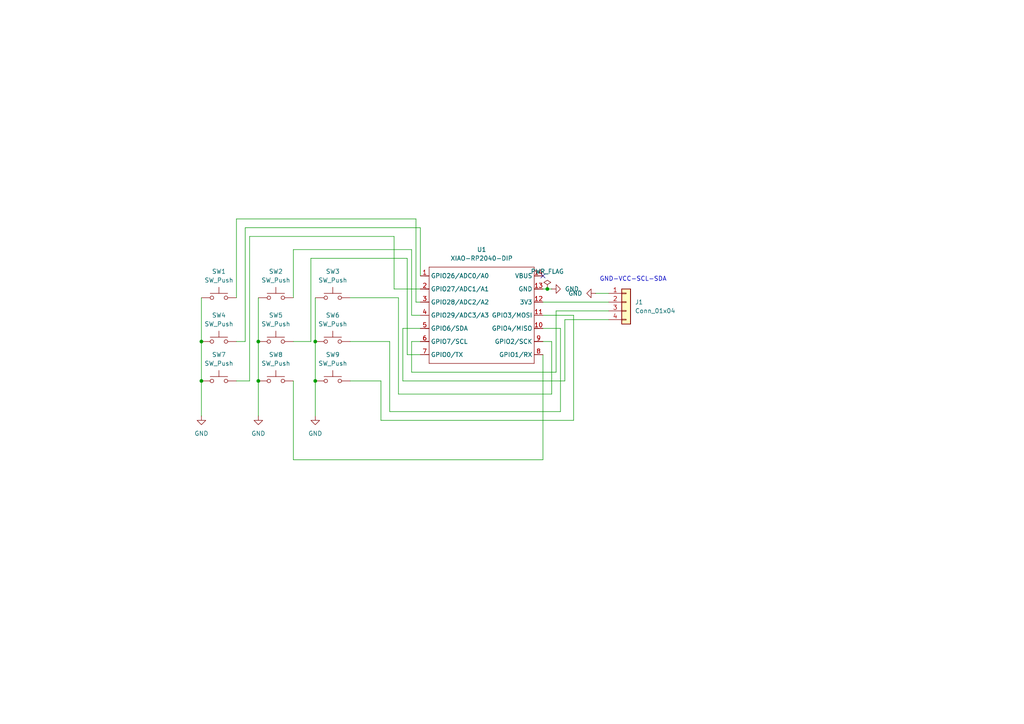
<source format=kicad_sch>
(kicad_sch (version 20250114) (generator "eeschema") (generator_version "9.0")
  (paper "A4")
  (lib_symbols
    (symbol "Connector_Generic:Conn_01x04" (pin_names (offset 1.016) (hide yes))
      (property "Reference" "J" (at 0 5.08 0))
      (property "Value" "Conn_01x04" (at 0 -7.62 0))
      (symbol "Conn_01x04_1_1"
        (rectangle (start -1.27 3.81) (end 1.27 -6.35) (stroke (width 0.254)) (fill (type background)))
        (rectangle (start -1.27 2.667) (end 0 2.413) (stroke (width 0.1524)))
        (rectangle (start -1.27 0.127) (end 0 -0.127) (stroke (width 0.1524)))
        (rectangle (start -1.27 -2.413) (end 0 -2.667) (stroke (width 0.1524)))
        (rectangle (start -1.27 -4.953) (end 0 -5.207) (stroke (width 0.1524)))
        (pin passive line (at -5.08 2.54 0) (length 3.81) (name "Pin_1") (number "1"))
        (pin passive line (at -5.08 0 0) (length 3.81) (name "Pin_2") (number "2"))
        (pin passive line (at -5.08 -2.54 0) (length 3.81) (name "Pin_3") (number "3"))
        (pin passive line (at -5.08 -5.08 0) (length 3.81) (name "Pin_4") (number "4"))
      )
    )
    (symbol "Switch:SW_Push" (pin_numbers (hide yes)) (pin_names (offset 1.016) (hide yes))
      (property "Reference" "SW" (at 1.27 2.54 0))
      (property "Value" "SW_Push" (at 0 -1.524 0))
      (symbol "SW_Push_0_1"
        (circle (center -2.032 0) (radius 0.508))
        (polyline (pts (xy 0 1.27) (xy 0 3.048)))
        (circle (center 2.032 0) (radius 0.508))
        (polyline (pts (xy 2.54 1.27) (xy -2.54 1.27)))
        (pin passive line (at -5.08 0 0) (length 2.54) (name "1") (number "1"))
        (pin passive line (at 5.08 0 180) (length 2.54) (name "2") (number "2"))
      )
    )
    (symbol "gethin_symbols:XIAO-RP2040-DIP"
      (property "Reference" "U" (at 0 0 0))
      (property "Value" "XIAO-RP2040-DIP" (at 5.334 -1.778 0))
      (symbol "XIAO-RP2040-DIP_1_0"
        (polyline (pts (xy -1.27 -2.54) (xy 29.21 -2.54)) (stroke (width 0.1524)))
        (polyline (pts (xy -1.27 -5.08) (xy -2.54 -5.08)) (stroke (width 0.1524)))
        (polyline (pts (xy -1.27 -5.08) (xy -1.27 -2.54)) (stroke (width 0.1524)))
        (polyline (pts (xy -1.27 -8.89) (xy -2.54 -8.89)) (stroke (width 0.1524)))
        (polyline (pts (xy -1.27 -8.89) (xy -1.27 -5.08)) (stroke (width 0.1524)))
        (polyline (pts (xy -1.27 -12.7) (xy -2.54 -12.7)) (stroke (width 0.1524)))
        (polyline (pts (xy -1.27 -12.7) (xy -1.27 -8.89)) (stroke (width 0.1524)))
        (polyline (pts (xy -1.27 -16.51) (xy -2.54 -16.51)) (stroke (width 0.1524)))
        (polyline (pts (xy -1.27 -16.51) (xy -1.27 -12.7)) (stroke (width 0.1524)))
        (polyline (pts (xy -1.27 -20.32) (xy -2.54 -20.32)) (stroke (width 0.1524)))
        (polyline (pts (xy -1.27 -24.13) (xy -2.54 -24.13)) (stroke (width 0.1524)))
        (polyline (pts (xy -1.27 -27.94) (xy -2.54 -27.94)) (stroke (width 0.1524)))
        (polyline (pts (xy -1.27 -30.48) (xy -1.27 -16.51)) (stroke (width 0.1524)))
        (polyline (pts (xy 29.21 -2.54) (xy 29.21 -5.08)) (stroke (width 0.1524)))
        (polyline (pts (xy 29.21 -5.08) (xy 29.21 -8.89)) (stroke (width 0.1524)))
        (polyline (pts (xy 29.21 -8.89) (xy 29.21 -12.7)) (stroke (width 0.1524)))
        (polyline (pts (xy 29.21 -12.7) (xy 29.21 -30.48)) (stroke (width 0.1524)))
        (polyline (pts (xy 29.21 -30.48) (xy -1.27 -30.48)) (stroke (width 0.1524)))
        (polyline (pts (xy 30.48 -5.08) (xy 29.21 -5.08)) (stroke (width 0.1524)))
        (polyline (pts (xy 30.48 -8.89) (xy 29.21 -8.89)) (stroke (width 0.1524)))
        (polyline (pts (xy 30.48 -12.7) (xy 29.21 -12.7)) (stroke (width 0.1524)))
        (polyline (pts (xy 30.48 -16.51) (xy 29.21 -16.51)) (stroke (width 0.1524)))
        (polyline (pts (xy 30.48 -20.32) (xy 29.21 -20.32)) (stroke (width 0.1524)))
        (polyline (pts (xy 30.48 -24.13) (xy 29.21 -24.13)) (stroke (width 0.1524)))
        (polyline (pts (xy 30.48 -27.94) (xy 29.21 -27.94)) (stroke (width 0.1524)))
        (pin passive line (at -3.81 -5.08 0) (length 2.54) (name "GPIO26/ADC0/A0") (number "1"))
        (pin passive line (at -3.81 -8.89 0) (length 2.54) (name "GPIO27/ADC1/A1") (number "2"))
        (pin passive line (at -3.81 -12.7 0) (length 2.54) (name "GPIO28/ADC2/A2") (number "3"))
        (pin passive line (at -3.81 -16.51 0) (length 2.54) (name "GPIO29/ADC3/A3") (number "4"))
        (pin passive line (at -3.81 -20.32 0) (length 2.54) (name "GPIO6/SDA") (number "5"))
        (pin passive line (at -3.81 -24.13 0) (length 2.54) (name "GPIO7/SCL") (number "6"))
        (pin passive line (at -3.81 -27.94 0) (length 2.54) (name "GPIO0/TX") (number "7"))
        (pin passive line (at 31.75 -5.08 180) (length 2.54) (name "VBUS") (number "14"))
        (pin passive line (at 31.75 -8.89 180) (length 2.54) (name "GND") (number "13"))
        (pin passive line (at 31.75 -12.7 180) (length 2.54) (name "3V3") (number "12"))
        (pin passive line (at 31.75 -16.51 180) (length 2.54) (name "GPIO3/MOSI") (number "11"))
        (pin passive line (at 31.75 -20.32 180) (length 2.54) (name "GPIO4/MISO") (number "10"))
        (pin passive line (at 31.75 -24.13 180) (length 2.54) (name "GPIO2/SCK") (number "9"))
        (pin passive line (at 31.75 -27.94 180) (length 2.54) (name "GPIO1/RX") (number "8"))
      )
    )
    (symbol "power:GND" (power) (pin_numbers (hide yes)) (pin_names (offset 0) (hide yes))
      (property "Value" "GND" (at 0 -3.81 0))
      (symbol "GND_0_1"
        (polyline (pts (xy 0 0) (xy 0 -1.27) (xy 1.27 -1.27) (xy 0 -2.54) (xy -1.27 -1.27) (xy 0 -1.27)))
      )
      (symbol "GND_1_1"
        (pin power_in line (at 0 0 270) (length 0) (name "~") (number "1"))
      )
    )
    (symbol "power:PWR_FLAG" (power) (pin_numbers (hide yes)) (pin_names (offset 0) (hide yes))
      (property "Value" "PWR_FLAG" (at 0 3.81 0))
      (symbol "PWR_FLAG_0_0"
        (pin power_out line (at 0 0 90) (length 0) (name "~") (number "1"))
      )
      (symbol "PWR_FLAG_0_1"
        (polyline (pts (xy 0 0) (xy 0 1.27) (xy -1.016 1.905) (xy 0 2.54) (xy 1.016 1.905) (xy 0 1.27)))
      )
    )
  )
  (text "GND-VCC-SCL-SDA\n" (at 183.642 81.026 0) (effects (font (size 1.27 1.27))))
  (junction (at 91.44 99.06))
  (junction (at 74.93 99.06))
  (junction (at 74.93 110.49))
  (junction (at 158.75 83.82))
  (junction (at 58.42 99.06))
  (junction (at 58.42 110.49))
  (junction (at 91.44 110.49))
  (no_connect (at 157.48 80.01))
  (wire (pts (xy 172.72 85.09) (xy 176.53 85.09)))
  (wire (pts (xy 91.44 99.06) (xy 91.44 110.49)))
  (wire (pts (xy 68.58 110.49) (xy 72.39 110.49)))
  (wire (pts (xy 85.09 133.35) (xy 157.48 133.35)))
  (wire (pts (xy 119.38 72.39) (xy 119.38 91.44)))
  (wire (pts (xy 90.17 74.93) (xy 118.11 74.93)))
  (wire (pts (xy 116.84 110.49) (xy 116.84 95.25)))
  (wire (pts (xy 157.48 87.63) (xy 176.53 87.63)))
  (wire (pts (xy 163.83 92.71) (xy 163.83 110.49)))
  (wire (pts (xy 71.12 99.06) (xy 71.12 66.04)))
  (wire (pts (xy 85.09 99.06) (xy 90.17 99.06)))
  (wire (pts (xy 118.11 102.87) (xy 121.92 102.87)))
  (wire (pts (xy 119.38 99.06) (xy 121.92 99.06)))
  (wire (pts (xy 162.56 119.38) (xy 162.56 95.25)))
  (wire (pts (xy 119.38 91.44) (xy 121.92 91.44)))
  (wire (pts (xy 161.29 90.17) (xy 161.29 107.95)))
  (wire (pts (xy 113.03 119.38) (xy 162.56 119.38)))
  (wire (pts (xy 58.42 110.49) (xy 58.42 120.65)))
  (wire (pts (xy 114.3 83.82) (xy 121.92 83.82)))
  (wire (pts (xy 58.42 86.36) (xy 58.42 99.06)))
  (wire (pts (xy 115.57 86.36) (xy 115.57 114.3)))
  (wire (pts (xy 157.48 83.82) (xy 158.75 83.82)))
  (wire (pts (xy 119.38 107.95) (xy 119.38 99.06)))
  (wire (pts (xy 72.39 110.49) (xy 72.39 68.58)))
  (wire (pts (xy 115.57 114.3) (xy 160.02 114.3)))
  (wire (pts (xy 120.65 63.5) (xy 120.65 87.63)))
  (wire (pts (xy 68.58 99.06) (xy 71.12 99.06)))
  (wire (pts (xy 166.37 121.92) (xy 166.37 91.44)))
  (wire (pts (xy 110.49 110.49) (xy 110.49 121.92)))
  (wire (pts (xy 68.58 86.36) (xy 68.58 63.5)))
  (wire (pts (xy 176.53 92.71) (xy 163.83 92.71)))
  (wire (pts (xy 74.93 99.06) (xy 74.93 110.49)))
  (wire (pts (xy 85.09 72.39) (xy 119.38 72.39)))
  (wire (pts (xy 71.12 66.04) (xy 121.92 66.04)))
  (wire (pts (xy 74.93 110.49) (xy 74.93 120.65)))
  (wire (pts (xy 68.58 63.5) (xy 120.65 63.5)))
  (wire (pts (xy 118.11 74.93) (xy 118.11 102.87)))
  (wire (pts (xy 101.6 110.49) (xy 110.49 110.49)))
  (wire (pts (xy 162.56 95.25) (xy 157.48 95.25)))
  (wire (pts (xy 85.09 86.36) (xy 85.09 72.39)))
  (wire (pts (xy 166.37 91.44) (xy 157.48 91.44)))
  (wire (pts (xy 163.83 110.49) (xy 116.84 110.49)))
  (wire (pts (xy 85.09 110.49) (xy 85.09 133.35)))
  (wire (pts (xy 120.65 87.63) (xy 121.92 87.63)))
  (wire (pts (xy 113.03 99.06) (xy 113.03 119.38)))
  (wire (pts (xy 91.44 110.49) (xy 91.44 120.65)))
  (wire (pts (xy 101.6 86.36) (xy 115.57 86.36)))
  (wire (pts (xy 160.02 114.3) (xy 160.02 99.06)))
  (wire (pts (xy 91.44 86.36) (xy 91.44 99.06)))
  (wire (pts (xy 72.39 68.58) (xy 114.3 68.58)))
  (wire (pts (xy 58.42 99.06) (xy 58.42 110.49)))
  (wire (pts (xy 160.02 99.06) (xy 157.48 99.06)))
  (wire (pts (xy 176.53 90.17) (xy 161.29 90.17)))
  (wire (pts (xy 101.6 99.06) (xy 113.03 99.06)))
  (wire (pts (xy 121.92 66.04) (xy 121.92 80.01)))
  (wire (pts (xy 158.75 83.82) (xy 160.02 83.82)))
  (wire (pts (xy 116.84 95.25) (xy 121.92 95.25)))
  (wire (pts (xy 114.3 68.58) (xy 114.3 83.82)))
  (wire (pts (xy 161.29 107.95) (xy 119.38 107.95)))
  (wire (pts (xy 157.48 133.35) (xy 157.48 102.87)))
  (wire (pts (xy 90.17 99.06) (xy 90.17 74.93)))
  (wire (pts (xy 74.93 86.36) (xy 74.93 99.06)))
  (wire (pts (xy 110.49 121.92) (xy 166.37 121.92)))
  (symbol (lib_id "Switch:SW_Push") (at 96.52 110.49 0) (unit 1)
    (property "Reference" "SW9" (at 96.52 102.87 0))
    (property "Value" "SW_Push" (at 96.52 105.41 0))
    (property "Footprint" "Button_Switch_Keyboard:SW_Cherry_MX_1.00u_PCB" (effects (hide yes)))
    (property "Description" "Push button switch, generic, two pins" (effects (hide yes)))
  )
  (symbol (lib_id "Switch:SW_Push") (at 63.5 86.36 0) (unit 1)
    (property "Reference" "SW1" (at 63.5 78.74 0))
    (property "Value" "SW_Push" (at 63.5 81.28 0))
    (property "Footprint" "Button_Switch_Keyboard:SW_Cherry_MX_1.00u_PCB" (effects (hide yes)))
    (property "Description" "Push button switch, generic, two pins" (effects (hide yes)))
  )
  (symbol (lib_id "power:GND") (at 74.93 120.65 0) (unit 1)
    (property "Reference" "#PWR04" (effects (hide yes)))
    (property "Value" "GND" (at 74.93 125.73 0))
    (property "Description" "Power symbol creates a global label with name \"GND\" , ground" (effects (hide yes)))
  )
  (symbol (lib_id "power:PWR_FLAG") (at 158.75 83.82 0) (unit 1)
    (property "Reference" "#FLG01" (effects (hide yes)))
    (property "Value" "PWR_FLAG" (at 158.75 78.74 0))
    (property "Description" "Special symbol for telling ERC where power comes from" (effects (hide yes)))
  )
  (symbol (lib_id "Switch:SW_Push") (at 63.5 99.06 0) (unit 1)
    (property "Reference" "SW4" (at 63.5 91.44 0))
    (property "Value" "SW_Push" (at 63.5 93.98 0))
    (property "Footprint" "Button_Switch_Keyboard:SW_Cherry_MX_1.00u_PCB" (effects (hide yes)))
    (property "Description" "Push button switch, generic, two pins" (effects (hide yes)))
  )
  (symbol (lib_id "power:GND") (at 160.02 83.82 90) (unit 1)
    (property "Reference" "#PWR01" (effects (hide yes)))
    (property "Value" "GND" (at 163.83 83.8199 90) (effects (justify right)))
    (property "Description" "Power symbol creates a global label with name \"GND\" , ground" (effects (hide yes)))
  )
  (symbol (lib_id "Switch:SW_Push") (at 63.5 110.49 0) (unit 1)
    (property "Reference" "SW7" (at 63.5 102.87 0))
    (property "Value" "SW_Push" (at 63.5 105.41 0))
    (property "Footprint" "Button_Switch_Keyboard:SW_Cherry_MX_1.00u_PCB" (effects (hide yes)))
    (property "Description" "Push button switch, generic, two pins" (effects (hide yes)))
  )
  (symbol (lib_id "Switch:SW_Push") (at 96.52 99.06 0) (unit 1)
    (property "Reference" "SW6" (at 96.52 91.44 0))
    (property "Value" "SW_Push" (at 96.52 93.98 0))
    (property "Footprint" "Button_Switch_Keyboard:SW_Cherry_MX_1.00u_PCB" (effects (hide yes)))
    (property "Description" "Push button switch, generic, two pins" (effects (hide yes)))
  )
  (symbol (lib_id "power:GND") (at 91.44 120.65 0) (unit 1)
    (property "Reference" "#PWR03" (effects (hide yes)))
    (property "Value" "GND" (at 91.44 125.73 0))
    (property "Description" "Power symbol creates a global label with name \"GND\" , ground" (effects (hide yes)))
  )
  (symbol (lib_id "Switch:SW_Push") (at 80.01 110.49 0) (unit 1)
    (property "Reference" "SW8" (at 80.01 102.87 0))
    (property "Value" "SW_Push" (at 80.01 105.41 0))
    (property "Footprint" "Button_Switch_Keyboard:SW_Cherry_MX_1.00u_PCB" (effects (hide yes)))
    (property "Description" "Push button switch, generic, two pins" (effects (hide yes)))
  )
  (symbol (lib_id "gethin_symbols:XIAO-RP2040-DIP") (at 125.73 74.93 0) (unit 1)
    (property "Reference" "U1" (at 139.7 72.39 0))
    (property "Value" "XIAO-RP2040-DIP" (at 139.7 74.93 0))
    (property "Footprint" "gethin_footprints:XIAO-RP2040-DIP" (effects (hide yes)))
  )
  (symbol (lib_id "Switch:SW_Push") (at 80.01 86.36 0) (unit 1)
    (property "Reference" "SW2" (at 80.01 78.74 0))
    (property "Value" "SW_Push" (at 80.01 81.28 0))
    (property "Footprint" "Button_Switch_Keyboard:SW_Cherry_MX_1.00u_PCB" (effects (hide yes)))
    (property "Description" "Push button switch, generic, two pins" (effects (hide yes)))
  )
  (symbol (lib_id "power:GND") (at 172.72 85.09 270) (unit 1)
    (property "Reference" "#PWR02" (effects (hide yes)))
    (property "Value" "GND" (at 168.91 85.0899 90) (effects (justify right)))
    (property "Description" "Power symbol creates a global label with name \"GND\" , ground" (effects (hide yes)))
  )
  (symbol (lib_id "power:GND") (at 58.42 120.65 0) (unit 1)
    (property "Reference" "#PWR05" (effects (hide yes)))
    (property "Value" "GND" (at 58.42 125.73 0))
    (property "Description" "Power symbol creates a global label with name \"GND\" , ground" (effects (hide yes)))
  )
  (symbol (lib_id "Switch:SW_Push") (at 96.52 86.36 0) (unit 1)
    (property "Reference" "SW3" (at 96.52 78.74 0))
    (property "Value" "SW_Push" (at 96.52 81.28 0))
    (property "Footprint" "Button_Switch_Keyboard:SW_Cherry_MX_1.00u_PCB" (effects (hide yes)))
    (property "Description" "Push button switch, generic, two pins" (effects (hide yes)))
  )
  (symbol (lib_id "Switch:SW_Push") (at 80.01 99.06 0) (unit 1)
    (property "Reference" "SW5" (at 80.01 91.44 0))
    (property "Value" "SW_Push" (at 80.01 93.98 0))
    (property "Footprint" "Button_Switch_Keyboard:SW_Cherry_MX_1.00u_PCB" (effects (hide yes)))
    (property "Description" "Push button switch, generic, two pins" (effects (hide yes)))
  )
  (symbol (lib_id "Connector_Generic:Conn_01x04") (at 181.61 87.63 0) (unit 1)
    (property "Reference" "J1" (at 184.15 87.6299 0) (effects (justify left)))
    (property "Value" "Conn_01x04" (at 184.15 90.1699 0) (effects (justify left)))
    (property "Footprint" "gethin_library_fresh:SSD1306-0.91-OLED-4pin-128x32" (effects (hide yes)))
    (property "Description" "Generic connector, single row, 01x04, script generated (kicad-library-utils/schlib/autogen/connector/)" (effects (hide yes)))
  )
)
</source>
